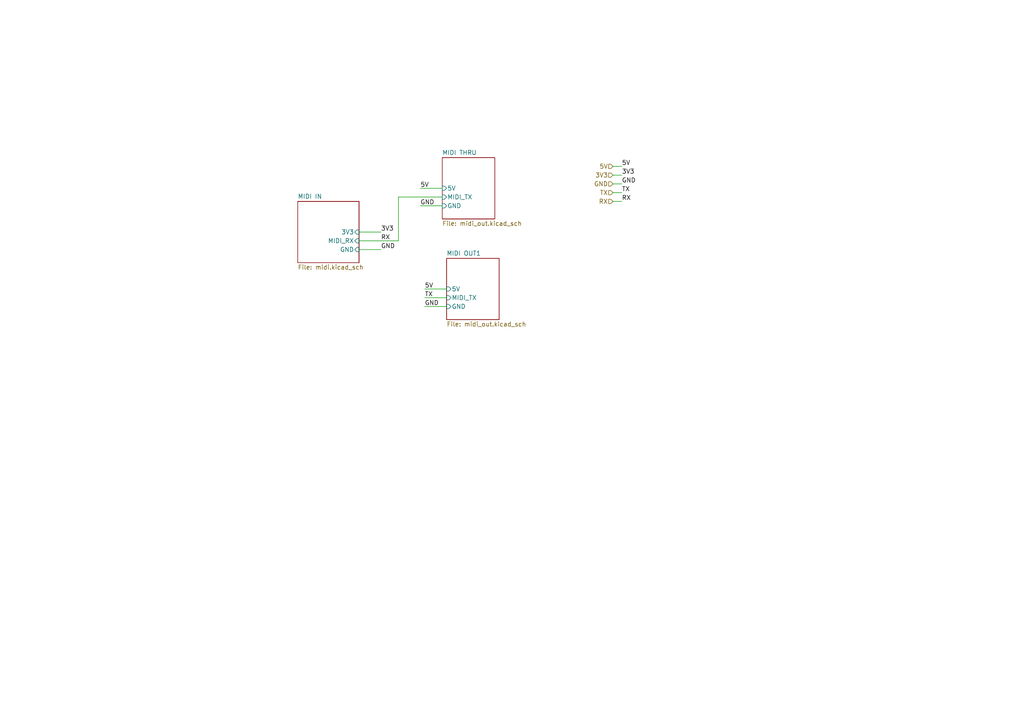
<source format=kicad_sch>
(kicad_sch (version 20211123) (generator eeschema)
  (paper "A4")
  (lib_symbols)
  (wire (pts (xy 123.19 83.82) (xy 129.54 83.82)))
  (wire (pts (xy 128.27 57.15) (xy 115.57 57.15)))
  (wire (pts (xy 177.8 58.42) (xy 180.34 58.42)))
  (wire (pts (xy 177.8 55.88) (xy 180.34 55.88)))
  (wire (pts (xy 177.8 50.8) (xy 180.34 50.8)))
  (wire (pts (xy 121.92 59.69) (xy 128.27 59.69)))
  (wire (pts (xy 123.19 86.36) (xy 129.54 86.36)))
  (wire (pts (xy 123.19 88.9) (xy 129.54 88.9)))
  (wire (pts (xy 115.57 69.85) (xy 104.14 69.85)))
  (wire (pts (xy 177.8 53.34) (xy 180.34 53.34)))
  (wire (pts (xy 121.92 54.61) (xy 128.27 54.61)))
  (wire (pts (xy 110.49 72.39) (xy 104.14 72.39)))
  (wire (pts (xy 180.34 48.26) (xy 177.8 48.26)))
  (wire (pts (xy 110.49 67.31) (xy 104.14 67.31)))
  (wire (pts (xy 115.57 57.15) (xy 115.57 69.85)))
  (label "TX" (at 123.19 86.36 0))
  (label "GND" (at 123.19 88.9 0))
  (label "GND" (at 110.49 72.39 0))
  (label "RX" (at 180.34 58.42 0))
  (label "GND" (at 180.34 53.34 0))
  (label "RX" (at 110.49 69.85 0))
  (label "5V" (at 180.34 48.26 0))
  (label "GND" (at 121.92 59.69 0))
  (label "3V3" (at 110.49 67.31 0))
  (label "5V" (at 121.92 54.61 0))
  (label "TX" (at 180.34 55.88 0))
  (label "5V" (at 123.19 83.82 0))
  (label "3V3" (at 180.34 50.8 0))
  (hierarchical_label "TX" (shape input) (at 177.8 55.88 180))
  (hierarchical_label "3V3" (shape input) (at 177.8 50.8 180))
  (hierarchical_label "5V" (shape input) (at 177.8 48.26 180))
  (hierarchical_label "GND" (shape input) (at 177.8 53.34 180))
  (hierarchical_label "RX" (shape input) (at 177.8 58.42 180))
  (sheet (at 129.54 74.93) (size 15.24 17.78) (stroke (width 0.1524))
    (property "Sheet name" "MIDI OUT1" (at 129.54 74.2184 0) (effects (justify left bottom)))
    (property "Sheet file" "midi_out.kicad_sch" (at 129.54 93.2946 0) (effects (justify left top)))
    (pin "5V" input (at 129.54 83.82 180))
    (pin "MIDI_TX" input (at 129.54 86.36 180))
    (pin "GND" input (at 129.54 88.9 180))
  )
  (sheet (at 128.27 45.72) (size 15.24 17.78) (stroke (width 0.1524))
    (property "Sheet name" "MIDI THRU" (at 128.27 45.0084 0) (effects (justify left bottom)))
    (property "Sheet file" "midi_out.kicad_sch" (at 128.27 64.0846 0) (effects (justify left top)))
    (pin "5V" input (at 128.27 54.61 180))
    (pin "MIDI_TX" input (at 128.27 57.15 180))
    (pin "GND" input (at 128.27 59.69 180))
  )
  (sheet (at 86.36 58.42) (size 17.78 17.78) (stroke (width 0.1524))
    (property "Sheet name" "MIDI IN" (at 86.36 57.7084 0) (effects (justify left bottom)))
    (property "Sheet file" "midi.kicad_sch" (at 86.36 76.7846 0) (effects (justify left top)))
    (pin "GND" input (at 104.14 72.39 0))
    (pin "MIDI_RX" input (at 104.14 69.85 0))
    (pin "3V3" input (at 104.14 67.31 0))
  )
)
</source>
